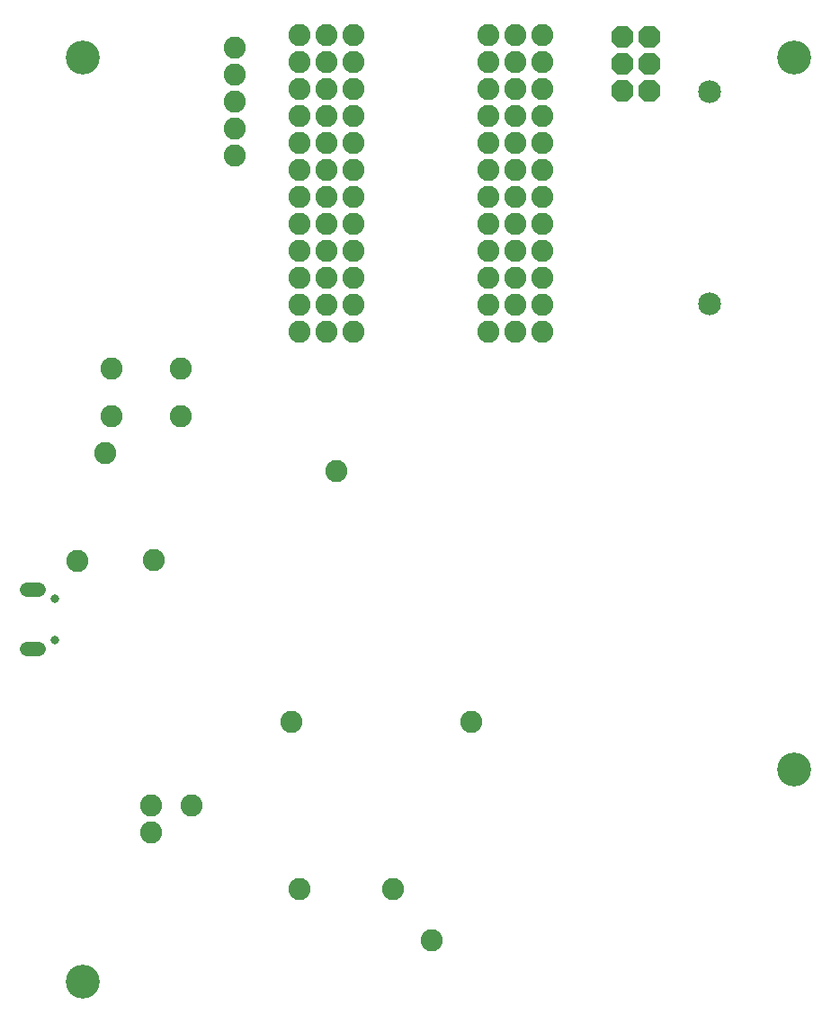
<source format=gbs>
G75*
%MOIN*%
%OFA0B0*%
%FSLAX25Y25*%
%IPPOS*%
%LPD*%
%AMOC8*
5,1,8,0,0,1.08239X$1,22.5*
%
%ADD10C,0.08200*%
%ADD11C,0.03162*%
%ADD12C,0.05169*%
%ADD13C,0.12611*%
%ADD14OC8,0.08200*%
%ADD15C,0.08477*%
D10*
X0072500Y0097500D03*
X0072500Y0107500D03*
X0087500Y0107500D03*
X0124500Y0138500D03*
X0127500Y0076500D03*
X0162000Y0076500D03*
X0176500Y0057500D03*
X0191000Y0138500D03*
X0141000Y0231500D03*
X0137500Y0283000D03*
X0137500Y0293000D03*
X0137500Y0303000D03*
X0127500Y0303000D03*
X0127500Y0293000D03*
X0127500Y0283000D03*
X0147500Y0283000D03*
X0147500Y0293000D03*
X0147500Y0303000D03*
X0147500Y0313000D03*
X0147500Y0323000D03*
X0147500Y0333000D03*
X0137500Y0333000D03*
X0137500Y0323000D03*
X0137500Y0313000D03*
X0127500Y0313000D03*
X0127500Y0323000D03*
X0127500Y0333000D03*
X0127500Y0343000D03*
X0127500Y0353000D03*
X0127500Y0363000D03*
X0137500Y0363000D03*
X0137500Y0353000D03*
X0137500Y0343000D03*
X0147500Y0343000D03*
X0147500Y0353000D03*
X0147500Y0363000D03*
X0147500Y0373000D03*
X0147500Y0383000D03*
X0147500Y0393000D03*
X0137500Y0393000D03*
X0137500Y0383000D03*
X0137500Y0373000D03*
X0127500Y0373000D03*
X0127500Y0383000D03*
X0127500Y0393000D03*
X0103500Y0388500D03*
X0103500Y0378500D03*
X0103500Y0368500D03*
X0103500Y0358500D03*
X0103500Y0348500D03*
X0083300Y0269400D03*
X0083300Y0251600D03*
X0057700Y0251600D03*
X0055500Y0238000D03*
X0057700Y0269400D03*
X0045000Y0198000D03*
X0073500Y0198500D03*
X0197500Y0283000D03*
X0197500Y0293000D03*
X0197500Y0303000D03*
X0207500Y0303000D03*
X0207500Y0293000D03*
X0207500Y0283000D03*
X0217500Y0283000D03*
X0217500Y0293000D03*
X0217500Y0303000D03*
X0217500Y0313000D03*
X0217500Y0323000D03*
X0217500Y0333000D03*
X0207500Y0333000D03*
X0207500Y0323000D03*
X0207500Y0313000D03*
X0197500Y0313000D03*
X0197500Y0323000D03*
X0197500Y0333000D03*
X0197500Y0343000D03*
X0197500Y0353000D03*
X0197500Y0363000D03*
X0207500Y0363000D03*
X0207500Y0353000D03*
X0207500Y0343000D03*
X0217500Y0343000D03*
X0217500Y0353000D03*
X0217500Y0363000D03*
X0217500Y0373000D03*
X0217500Y0383000D03*
X0217500Y0393000D03*
X0207500Y0393000D03*
X0207500Y0383000D03*
X0207500Y0373000D03*
X0197500Y0373000D03*
X0197500Y0383000D03*
X0197500Y0393000D03*
D11*
X0036768Y0184177D03*
X0036768Y0168823D03*
D12*
X0030684Y0165575D02*
X0026316Y0165575D01*
X0026316Y0187425D02*
X0030684Y0187425D01*
D13*
X0047091Y0042091D03*
X0310870Y0120831D03*
X0310870Y0384610D03*
X0047091Y0384610D03*
D14*
X0247000Y0382500D03*
X0247000Y0372500D03*
X0257000Y0372500D03*
X0257000Y0382500D03*
X0257000Y0392500D03*
X0247000Y0392500D03*
D15*
X0279500Y0372154D03*
X0279500Y0293413D03*
M02*

</source>
